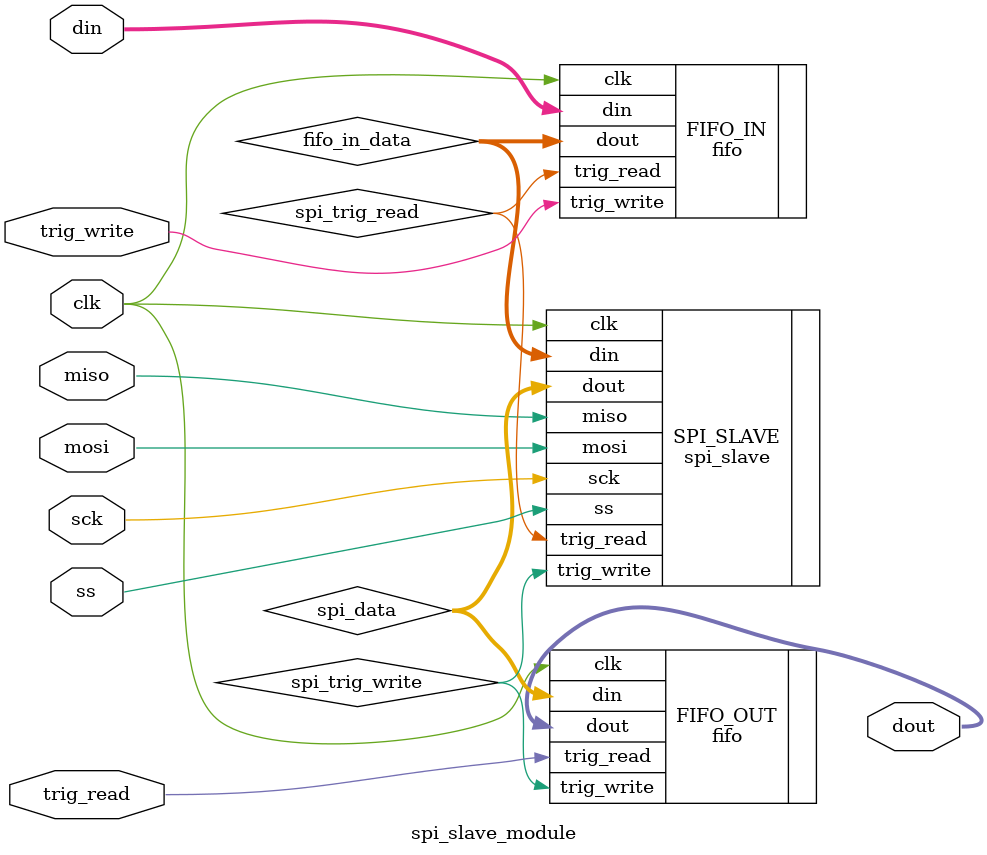
<source format=v>
module spi_slave_module(
    input trig_read,
    input trig_write,
    input [7:0] din,
    output [7:0] dout,

    input clk,
    input ss,
	 input miso,
	 input mosi,
	 input sck
);

   wire [7:0] spi_data;
	wire [7:0] fifo_in_data;
	wire spi_trig_write;
	wire spi_trig_read;
	spi_slave SPI_SLAVE(
		.clk(clk),
		.din(fifo_in_data), 
		.dout(spi_data), 
		.trig_read(spi_trig_read),
		.trig_write(spi_trig_write),
	
		.ss(ss),
		.mosi(mosi),
		.miso(miso),
		.sck(sck)
	);
		
	fifo FIFO_IN(
		.clk(clk),
		.din(din),
		.trig_read(spi_trig_read),
		.trig_write(trig_write),
		.dout(fifo_in_data)
	);

	wire [7:0] fifo_out_data;
	fifo FIFO_OUT(
		.clk(clk),
		.din(spi_data),
		.trig_read(trig_read),
		.trig_write(spi_trig_write),
		.dout(dout)
	);

endmodule
</source>
